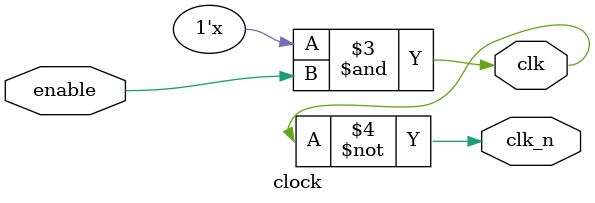
<source format=sv>
module clock (
    input logic enable,
    
    output logic clk,
    output logic clk_n
);

always begin
    #5 clk = ~clk & enable;
end

assign clk_n = ~clk;

endmodule
</source>
